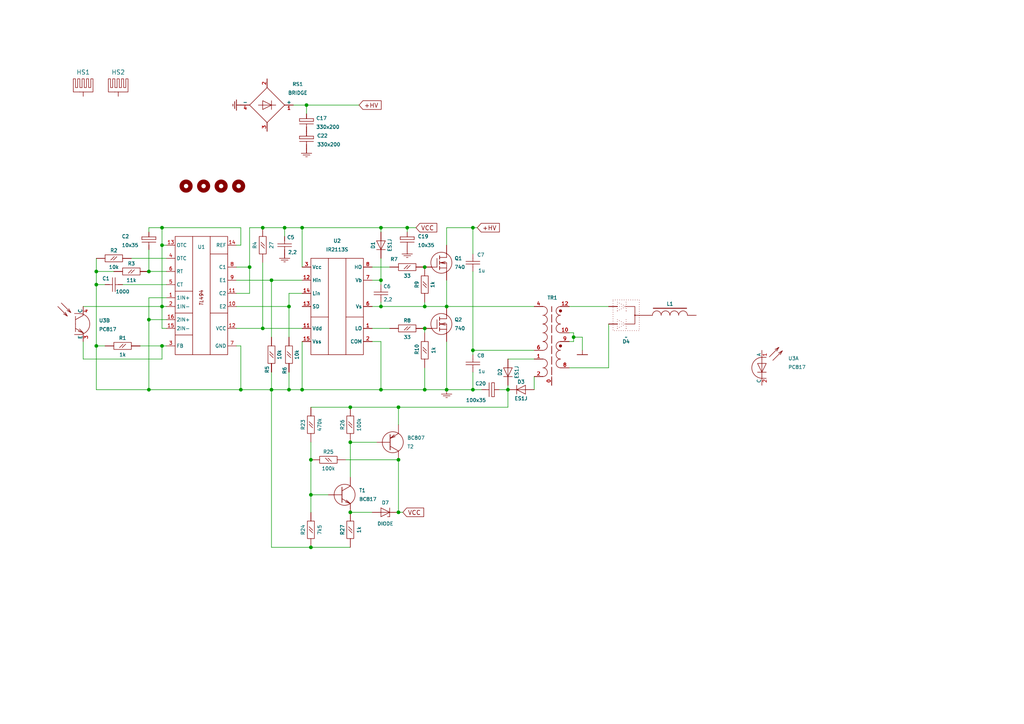
<source format=kicad_sch>
(kicad_sch (version 20250114) (generator "eeschema") (generator_version "9.0")
  (paper "A4")
  (lib_symbols
    (symbol "GND2_1" (power) (pin_numbers (hide yes)) (pin_names (offset 0) (hide yes))
      (property "Value" "GND2" (at 0 -1.27 0))
      (symbol "GND2_1_1_1"
        (polyline (pts (xy -1.524 0) (xy 1.524 0)) (stroke (width 0.1524)))
        (polyline (pts (xy -1.016 -0.508) (xy 1.016 -0.508)) (stroke (width 0.1524)))
        (polyline (pts (xy -0.254 -1.016) (xy 0.254 -1.016)) (stroke (width 0.1524)))
        (pin power_in line (at 0 1.27 270) (length 1.27) (name "GND2") (number "1"))
      )
    )
    (symbol "GND2_2" (power) (pin_numbers (hide yes)) (pin_names (offset 0) (hide yes))
      (property "Value" "GND2" (at 0 -1.27 0))
      (symbol "GND2_2_1_1"
        (polyline (pts (xy -1.524 0) (xy 1.524 0)) (stroke (width 0.1524)))
        (polyline (pts (xy -1.016 -0.508) (xy 1.016 -0.508)) (stroke (width 0.1524)))
        (polyline (pts (xy -0.254 -1.016) (xy 0.254 -1.016)) (stroke (width 0.1524)))
        (pin power_in line (at 0 1.27 270) (length 1.27) (name "GND2") (number "1"))
      )
    )
    (symbol "GND2_3" (power) (pin_numbers (hide yes)) (pin_names (offset 0) (hide yes))
      (property "Value" "GND2" (at 0 -1.27 0))
      (symbol "GND2_3_1_1"
        (polyline (pts (xy -1.524 0) (xy 1.524 0)) (stroke (width 0.1524)))
        (polyline (pts (xy -1.016 -0.508) (xy 1.016 -0.508)) (stroke (width 0.1524)))
        (polyline (pts (xy -0.254 -1.016) (xy 0.254 -1.016)) (stroke (width 0.1524)))
        (pin power_in line (at 0 1.27 270) (length 1.27) (name "GND2") (number "1"))
      )
    )
    (symbol "Heatsink_Pad_1" (pin_numbers (hide yes)) (pin_names (offset 0) (hide yes)) (exclude_from_sim yes)
      (property "Reference" "HS" (at 0 5.715 0))
      (property "Value" "Heatsink_Pad" (at 0 3.81 0))
      (symbol "Heatsink_Pad_1_1_1"
        (polyline (pts (xy -0.3302 0) (xy -0.9652 0) (xy -0.9652 2.54) (xy -1.6002 2.54) (xy -1.6002 0) (xy -2.2352 0) (xy -2.2352 2.54) (xy -2.8702 2.54) (xy -2.8702 -1.27) (xy -0.9652 -1.27)))
        (polyline (pts (xy -0.3302 0) (xy -0.3302 2.54) (xy 0.3048 2.54) (xy 0.3048 0) (xy 0.9398 0) (xy 0.9398 2.54) (xy 1.5748 2.54) (xy 1.5748 0) (xy 2.2098 0) (xy 2.2098 2.54) (xy 2.8448 2.54) (xy 2.8448 -1.27) (xy -0.9652 -1.27)))
        (pin passive line (at 0 -2.54 90) (length 1.27) (name "~") (number "1"))
      )
    )
    (symbol "Mechanical:MountingHole" (pin_names (offset 1.016)) (exclude_from_sim yes) (in_bom no)
      (property "Reference" "H" (at 0 5.08 0))
      (property "Value" "MountingHole" (at 0 3.175 0))
      (symbol "MountingHole_0_1"
        (circle (center 0 0) (radius 1.27) (stroke (width 1.27)))
      )
    )
    (symbol "MountingHole_1" (pin_numbers (hide yes)) (pin_names (offset 1.016) (hide yes)) (exclude_from_sim yes) (in_bom no)
      (property "Reference" "H" (at 0 5.08 0))
      (property "Value" "MountingHole" (at 0 3.175 0))
      (symbol "MountingHole_1_0_1"
        (circle (center 0 0) (radius 1.27) (stroke (width 1.27)))
      )
    )
    (symbol "_NMOSENH_1" (pin_numbers (hide yes)) (pin_names (offset 0) (hide yes))
      (property "Reference" "T" (at -8.89 6.35 0))
      (property "Value" "NMOSDEP" (at -8.89 3.81 0))
      (symbol "_NMOSENH_1_0_1"
        (polyline (pts (xy -1.524 -1.27) (xy -1.524 1.27)))
        (circle (center -0.254 0) (radius 3.048))
      )
      (symbol "_NMOSENH_1_1_1"
        (polyline (pts (xy -3.302 -1.27) (xy -1.524 -1.27)))
        (polyline (pts (xy -0.762 2.032) (xy -0.762 1.016)) (stroke (width 0.2032)))
        (polyline (pts (xy -0.762 1.524) (xy 1.27 1.524)))
        (polyline (pts (xy -0.762 0.508) (xy -0.762 -0.508)) (stroke (width 0.2032)))
        (polyline (pts (xy -0.762 -1.016) (xy -0.762 -2.032)) (stroke (width 0.2032)))
        (polyline (pts (xy -0.762 -1.524) (xy 1.27 -1.524)))
        (polyline (pts (xy -0.635 0) (xy 0.9144 -0.3302)))
        (polyline (pts (xy 0.9144 0.3302) (xy -0.635 0)))
        (polyline (pts (xy 1.27 2.54) (xy 1.27 1.524)))
        (polyline (pts (xy 1.27 0) (xy -0.635 0)))
        (polyline (pts (xy 1.27 0) (xy 1.27 -2.54)))
        (pin input line (at -5.08 -1.27 0) (length 1.905) (name "G") (number "1"))
        (pin input line (at 1.27 5.08 270) (length 2.54) (name "D") (number "2"))
        (pin input line (at 1.27 -5.08 90) (length 2.54) (name "S") (number "3"))
      )
    )
    (symbol "_aa40_capacitors:C_CAP" (pin_numbers (hide yes)) (pin_names (offset 0) (hide yes))
      (property "Reference" "C" (at 0 3.81 0))
      (property "Value" "C_CAP" (at 0 -3.81 0))
      (symbol "C_CAP_1_0"
        (polyline (pts (xy -1.27 0) (xy -0.381 0)))
        (polyline (pts (xy -0.381 -2.032) (xy -0.381 2.032)))
        (polyline (pts (xy 0.381 -2.032) (xy 0.381 2.032)))
        (polyline (pts (xy 1.27 0) (xy 0.381 0)))
      )
      (symbol "C_CAP_1_1"
        (pin passive line (at -2.54 0 0) (length 1.27) (name "~") (number "1"))
        (pin passive line (at 2.54 0 180) (length 1.27) (name "~") (number "2"))
      )
    )
    (symbol "_aa40_capacitors:C_CAP_PLUS1" (pin_numbers (hide yes)) (pin_names (offset 0) (hide yes))
      (property "Reference" "C" (at 0 3.81 0))
      (property "Value" "C_CAP_PLUS" (at 0 -3.81 0))
      (symbol "C_CAP_PLUS1_0_0"
        (polyline (pts (xy 1.143 2.032) (xy 0.381 2.032)))
        (polyline (pts (xy 1.143 -2.032) (xy 0.381 -2.032)))
      )
      (symbol "C_CAP_PLUS1_1_0"
        (polyline (pts (xy -1.27 0) (xy -0.381 0)))
        (polyline (pts (xy -0.381 -2.032) (xy -0.381 2.032)))
        (polyline (pts (xy 0.381 -2.032) (xy 0.381 2.032)))
        (polyline (pts (xy 1.143 -2.032) (xy 1.143 2.032)))
        (polyline (pts (xy 1.27 0) (xy 1.143 0)))
      )
      (symbol "C_CAP_PLUS1_1_1"
        (pin passive line (at -2.54 0 0) (length 1.27) (name "~") (number "2"))
        (pin passive line (at 2.54 0 180) (length 1.27) (name "~") (number "1"))
      )
    )
    (symbol "_aa40_chips:IR2113S" (pin_names (offset 0.381))
      (property "Reference" "U" (at 0 13.97 0))
      (property "Value" "IR2113S" (at 0 0 90))
      (symbol "IR2113S_0_1"
        (polyline (pts (xy -7.62 -4.318) (xy -2.54 -4.318)))
        (polyline (pts (xy -2.54 12.7) (xy -2.54 -15.24)))
        (polyline (pts (xy 2.54 12.7) (xy 2.54 -15.24)))
        (polyline (pts (xy 2.54 -4.318) (xy 7.62 -4.318)))
      )
      (symbol "IR2113S_1_1"
        (rectangle (start -7.62 12.7) (end 7.62 -15.24))
        (pin input line (at -10.16 10.16 0) (length 2.54) (name "Vcc") (number "3"))
        (pin input line (at -10.16 6.35 0) (length 2.54) (name "Hin") (number "12"))
        (pin input line (at -10.16 2.54 0) (length 2.54) (name "Lin") (number "14"))
        (pin input line (at -10.16 -1.27 0) (length 2.54) (name "SD") (number "13"))
        (pin input line (at -10.16 -7.62 0) (length 2.54) (name "Vdd") (number "11"))
        (pin input line (at -10.16 -11.43 0) (length 2.54) (name "Vss") (number "15"))
        (pin input line (at 10.16 10.16 180) (length 2.54) (name "HO") (number "8"))
        (pin input line (at 10.16 6.35 180) (length 2.54) (name "Vb") (number "7"))
        (pin input line (at 10.16 -1.27 180) (length 2.54) (name "Vs") (number "6"))
        (pin input line (at 10.16 -7.62 180) (length 2.54) (name "LO") (number "1"))
        (pin input line (at 10.16 -11.43 180) (length 2.54) (name "COM") (number "2"))
        (pin input line (at 20.32 3.175 0) (length 2.54) (hide yes) (name "NC") (number "4"))
        (pin input line (at 20.32 1.27 0) (length 2.54) (hide yes) (name "NC") (number "5"))
        (pin input line (at 20.32 -0.635 0) (length 2.54) (hide yes) (name "NC") (number "9"))
        (pin input line (at 20.32 -2.54 0) (length 2.54) (hide yes) (name "NC") (number "10"))
        (pin input line (at 20.32 -5.08 0) (length 2.54) (hide yes) (name "NC") (number "16"))
      )
    )
    (symbol "_aa40_chips:TL494IDR" (pin_names (offset 0.381))
      (property "Reference" "U" (at 0 19.05 0))
      (symbol "TL494IDR_0_1"
        (polyline (pts (xy -7.62 1.905) (xy -2.54 1.905)))
        (polyline (pts (xy -7.62 -4.445) (xy -2.54 -4.445)))
        (polyline (pts (xy -7.62 -10.795) (xy -2.54 -10.795)))
        (polyline (pts (xy -2.54 17.78) (xy -2.54 -16.51)))
        (polyline (pts (xy 2.54 17.78) (xy 2.54 -16.51)))
        (polyline (pts (xy 2.54 12.7) (xy 7.62 12.7)))
        (polyline (pts (xy 2.54 -4.445) (xy 7.62 -4.445)))
      )
      (symbol "TL494IDR_1_1"
        (rectangle (start -7.62 17.78) (end 7.62 -16.51))
        (text "TL494" (at 0 0 900) (effects (font (size 1.016 1.016) (italic yes))))
        (pin input line (at -10.16 15.24 0) (length 2.54) (name "OTC") (number "13"))
        (pin input line (at -10.16 11.43 0) (length 2.54) (name "DTC") (number "4"))
        (pin passive line (at -10.16 7.62 0) (length 2.54) (name "RT") (number "6"))
        (pin passive line (at -10.16 3.81 0) (length 2.54) (name "CT") (number "5"))
        (pin input line (at -10.16 0 0) (length 2.54) (name "1IN+") (number "1"))
        (pin input line (at -10.16 -2.54 0) (length 2.54) (name "1IN-") (number "2"))
        (pin input line (at -10.16 -6.35 0) (length 2.54) (name "2IN+") (number "16"))
        (pin input line (at -10.16 -8.89 0) (length 2.54) (name "2IN-") (number "15"))
        (pin output line (at -10.16 -13.97 0) (length 2.54) (name "FB") (number "3"))
        (pin power_out line (at 10.16 15.24 180) (length 2.54) (name "REF") (number "14"))
        (pin passive line (at 10.16 8.89 180) (length 2.54) (name "C1") (number "8"))
        (pin passive line (at 10.16 5.08 180) (length 2.54) (name "E1") (number "9"))
        (pin passive line (at 10.16 1.27 180) (length 2.54) (name "C2") (number "11"))
        (pin passive line (at 10.16 -2.54 180) (length 2.54) (name "E2") (number "10"))
        (pin power_in line (at 10.16 -8.89 180) (length 2.54) (name "VCC") (number "12"))
        (pin power_in line (at 10.16 -13.97 180) (length 2.54) (name "GND") (number "7"))
      )
    )
    (symbol "_aa40_diodes:BRIDGE" (pin_names (offset 0))
      (property "Reference" "D" (at 6.35 6.35 0))
      (property "Value" "BRIDGE" (at 6.35 3.81 0))
      (symbol "BRIDGE_0_1"
        (polyline (pts (xy -5.08 0) (xy 0 5.08)))
        (polyline (pts (xy -5.08 0) (xy 0 -5.08)))
        (polyline (pts (xy -1.27 0) (xy -2.54 0)))
        (polyline (pts (xy 0 5.08) (xy 5.08 0)))
        (polyline (pts (xy 0 -5.08) (xy 5.08 0)))
        (polyline (pts (xy 2.54 0) (xy 1.27 0)))
      )
      (symbol "BRIDGE_1_1"
        (polyline (pts (xy -1.27 1.27) (xy -1.27 -1.27)))
        (polyline (pts (xy -1.27 1.27) (xy 1.27 0)))
        (polyline (pts (xy -1.27 0) (xy 1.27 0)))
        (polyline (pts (xy -1.27 -1.27) (xy 1.27 0)))
        (polyline (pts (xy 1.27 1.27) (xy 1.27 -1.27)))
        (pin passive line (at -7.62 0 0) (length 2.54) (name "-") (number "4"))
        (pin passive line (at 0 7.62 270) (length 2.54) (name "~") (number "2"))
        (pin passive line (at 0 -7.62 90) (length 2.54) (name "~") (number "3"))
        (pin passive line (at 7.62 0 180) (length 2.54) (name "+") (number "1"))
      )
    )
    (symbol "_aa40_diodes:DIODE" (pin_numbers (hide yes)) (pin_names (offset 0) (hide yes))
      (property "Reference" "D" (at 0 2.54 0))
      (property "Value" "DIODE" (at 0 -2.54 0))
      (symbol "DIODE_1_1"
        (polyline (pts (xy -1.27 1.27) (xy -1.27 -1.27)))
        (polyline (pts (xy -1.27 1.27) (xy 1.27 0)))
        (polyline (pts (xy -1.27 0) (xy 1.27 0)))
        (polyline (pts (xy -1.27 -1.27) (xy 1.27 0)))
        (polyline (pts (xy 1.27 1.27) (xy 1.27 -1.27)))
        (pin passive line (at -3.81 0 0) (length 2.54) (name "A") (number "2"))
        (pin passive line (at 3.81 0 180) (length 2.54) (name "C") (number "1"))
      )
    )
    (symbol "_aa40_diodes:MBR20100CT" (pin_numbers (hide yes)) (pin_names (offset 1.016) (hide yes))
      (property "Reference" "D" (at 0 6.096 0))
      (property "Value" "~" (at 0 -5.715 0))
      (symbol "MBR20100CT_0_1"
        (polyline (pts (xy 0 2.54) (xy 2.54 2.54) (xy 2.54 -2.54) (xy 0 -2.54)))
        (circle (center 2.54 0) (radius 0.1295))
      )
      (symbol "MBR20100CT_1_1"
        (rectangle (start -3.81 4.445) (end 3.81 -4.445) (stroke (width 0) (type dot)))
        (polyline (pts (xy -2.54 3.81) (xy -2.54 1.27)))
        (polyline (pts (xy -2.54 3.81) (xy 0 2.54)))
        (polyline (pts (xy -2.54 2.54) (xy 0 2.54)))
        (polyline (pts (xy -2.54 1.27) (xy 0 2.54)))
        (polyline (pts (xy -2.54 -1.27) (xy -2.54 -3.81)))
        (polyline (pts (xy -2.54 -1.27) (xy 0 -2.54)))
        (polyline (pts (xy -2.54 -2.54) (xy 0 -2.54)))
        (polyline (pts (xy -2.54 -3.81) (xy 0 -2.54)))
        (polyline (pts (xy 0 3.81) (xy 0 1.27)))
        (polyline (pts (xy 0 3.81) (xy 0.508 3.81)))
        (polyline (pts (xy 0 1.27) (xy -0.635 1.27)))
        (polyline (pts (xy 0 -1.27) (xy 0 -3.81)))
        (polyline (pts (xy 0 -1.27) (xy 0.508 -1.27)))
        (polyline (pts (xy 0 -3.81) (xy -0.635 -3.81)))
        (pin passive line (at -5.08 2.54 0) (length 2.54) (name "A1") (number "1"))
        (pin passive line (at -5.08 -2.54 0) (length 2.54) (name "A2") (number "3"))
        (pin passive line (at 5.08 0 180) (length 2.54) (name "K") (number "2"))
      )
    )
    (symbol "_aa40_diodes:PC817" (pin_names (offset 0))
      (property "Reference" "U" (at 2.54 1.27 0))
      (property "Value" "PC817" (at 2.54 -1.27 0))
      (symbol "PC817_1_1"
        (polyline (pts (xy -1.27 -1.27) (xy 1.27 -1.27)))
        (polyline (pts (xy 0 3.048) (xy 1.27 3.048)))
        (polyline (pts (xy 0 2.54) (xy 0 -2.54)))
        (polyline (pts (xy 0 -1.27) (xy 1.27 1.27) (xy -1.27 1.27) (xy 0 -1.27)))
        (arc (start 0 -3.048) (mid -2.9236 0) (end 0 3.048))
        (polyline (pts (xy 1.27 -3.048) (xy 0 -3.048)))
        (polyline (pts (xy 4.699 5.715) (xy 2.159 3.175)))
        (polyline (pts (xy 4.953 5.969) (xy 4.318 4.826) (xy 4.953 5.969) (xy 3.81 5.334) (xy 4.953 5.969)))
        (polyline (pts (xy 5.715 4.699) (xy 3.175 2.159)))
        (polyline (pts (xy 5.969 4.953) (xy 5.334 3.81) (xy 5.969 4.953) (xy 4.826 4.318) (xy 5.969 4.953)))
        (pin passive line (at 0 5.08 270) (length 2.54) (name "A") (number "1"))
        (pin passive line (at 0 -5.08 90) (length 2.54) (name "C") (number "2"))
      )
      (symbol "PC817_2_1"
        (polyline (pts (xy -4.826 2.54) (xy -7.366 5.08)))
        (polyline (pts (xy -4.572 2.286) (xy -5.715 2.921) (xy -4.572 2.286) (xy -5.207 3.429) (xy -4.572 2.286)))
        (polyline (pts (xy -3.81 3.556) (xy -6.35 6.096)))
        (polyline (pts (xy -3.556 3.302) (xy -4.699 3.937) (xy -3.556 3.302) (xy -4.191 4.445) (xy -3.556 3.302)))
        (polyline (pts (xy -2.54 3.048) (xy -1.143 3.048)))
        (polyline (pts (xy -2.2352 0) (xy -2.2352 2.2352)))
        (polyline (pts (xy -2.2352 0) (xy -2.2352 -2.2352)))
        (arc (start -1.143 3.048) (mid 1.8918 0) (end -1.143 -3.048))
        (polyline (pts (xy -1.143 -3.048) (xy -2.54 -3.048)))
        (polyline (pts (xy -1.0668 -1.4224) (xy 0 -2.54) (xy -1.4732 -2.0828)))
        (polyline (pts (xy 0 2.5146) (xy -2.2352 1.27)))
        (polyline (pts (xy 0 -2.54) (xy -2.2352 -1.27)))
        (pin passive line (at 0 5.08 270) (length 2.54) (name "C") (number "4"))
        (pin passive line (at 0 -5.08 90) (length 2.54) (name "E") (number "3"))
      )
    )
    (symbol "_aa40_diodes:ZENER" (pin_numbers (hide yes)) (pin_names (offset 0) (hide yes))
      (property "Reference" "D" (at 0 2.54 0))
      (property "Value" "DIODE" (at 0 -2.54 0))
      (symbol "ZENER_1_1"
        (polyline (pts (xy -1.27 1.27) (xy -1.27 -1.27)))
        (polyline (pts (xy -1.27 1.27) (xy 1.27 0)))
        (polyline (pts (xy -1.27 0) (xy 1.27 0)))
        (polyline (pts (xy -1.27 -1.27) (xy 1.27 0)))
        (polyline (pts (xy 1.27 1.27) (xy 1.27 -1.27)))
        (polyline (pts (xy 1.27 -1.27) (xy 0.635 -1.27)))
        (pin passive line (at -3.81 0 0) (length 2.54) (name "A") (number "2"))
        (pin passive line (at 3.81 0 180) (length 2.54) (name "C") (number "1"))
      )
    )
    (symbol "_aa40_inductors:LFERR" (pin_numbers (hide yes)) (pin_names (offset 0) (hide yes))
      (property "Reference" "L" (at 0 3.81 0))
      (property "Value" "LFERR" (at 0 -1.27 0))
      (symbol "LFERR_1_1"
        (arc (start -5.08 0) (mid -3.81 1.2645) (end -2.54 0))
        (arc (start -2.54 0) (mid -1.27 1.2645) (end 0 0))
        (arc (start 0 0) (mid 1.27 1.2645) (end 2.54 0))
        (arc (start 2.54 0) (mid 3.81 1.2645) (end 5.08 0))
        (polyline (pts (xy 4.826 2.032) (xy -4.826 2.032)) (stroke (width 0.254)))
        (pin passive line (at -7.62 0 0) (length 2.54) (name "~") (number "1"))
        (pin passive line (at 7.62 0 180) (length 2.54) (name "~") (number "2"))
      )
    )
    (symbol "_aa40_misc:GND" (power) (pin_numbers (hide yes)) (pin_names (offset 0) (hide yes))
      (symbol "GND_1_1"
        (polyline (pts (xy -1.524 0) (xy 1.524 0)) (stroke (width 0.2032)))
        (pin power_in line (at 0 1.27 270) (length 1.27) (name "GND") (number "1"))
      )
    )
    (symbol "_aa40_misc:GND2" (power) (pin_numbers (hide yes)) (pin_names (offset 0) (hide yes))
      (property "Value" "GND2" (at 0 -1.27 0))
      (symbol "GND2_1_1"
        (polyline (pts (xy -1.524 0) (xy 1.524 0)) (stroke (width 0.2032)))
        (polyline (pts (xy -1.016 -0.508) (xy 1.016 -0.508)) (stroke (width 0.2032)))
        (polyline (pts (xy -0.254 -1.016) (xy 0.254 -1.016)) (stroke (width 0.2032)))
        (pin power_in line (at 0 1.27 270) (length 1.27) (name "GND2") (number "1"))
      )
    )
    (symbol "_aa40_misc:Heatsink_Pad" (pin_numbers (hide yes)) (pin_names (offset 0) (hide yes)) (exclude_from_sim yes)
      (property "Reference" "HS" (at 0 5.715 0))
      (property "Value" "Heatsink_Pad" (at 0 3.81 0))
      (symbol "Heatsink_Pad_1_1"
        (polyline (pts (xy -0.3302 0) (xy -0.9652 0) (xy -0.9652 2.54) (xy -1.6002 2.54) (xy -1.6002 0) (xy -2.2352 0) (xy -2.2352 2.54) (xy -2.8702 2.54) (xy -2.8702 -1.27) (xy -0.9652 -1.27)))
        (polyline (pts (xy -0.3302 0) (xy -0.3302 2.54) (xy 0.3048 2.54) (xy 0.3048 0) (xy 0.9398 0) (xy 0.9398 2.54) (xy 1.5748 2.54) (xy 1.5748 0) (xy 2.2098 0) (xy 2.2098 2.54) (xy 2.8448 2.54) (xy 2.8448 -1.27) (xy -0.9652 -1.27)))
        (pin passive line (at 0 -2.54 90) (length 1.27) (name "~") (number "1"))
      )
    )
    (symbol "_aa40_resistors:R_RES_0.125W" (pin_numbers (hide yes)) (pin_names (offset 0) (hide yes))
      (property "Reference" "R" (at 0 2.54 0))
      (property "Value" "R_RES_0.125W" (at 0 -2.54 0))
      (symbol "R_RES_0.125W_1_0"
        (rectangle (start -2.54 1.016) (end 2.54 -1.016))
        (polyline (pts (xy 2.54 0) (xy 5.08 0)))
      )
      (symbol "R_RES_0.125W_1_1"
        (polyline (pts (xy 0.127 0.508) (xy -0.889 -0.508)))
        (polyline (pts (xy 0.889 0.508) (xy -0.127 -0.508)))
        (pin passive line (at -5.08 0 0) (length 2.54) (name "~") (number "1"))
        (pin passive line (at 5.08 0 180) (length 2.54) (name "~") (number "2"))
      )
    )
    (symbol "_aa40_transformers:HB-FLEX-200A-1" (pin_names (offset 0))
      (property "Reference" "T" (at 0 10.922 0))
      (symbol "HB-FLEX-200A-1_1_1"
        (arc (start -2.54 8.89) (mid -1.2755 7.62) (end -2.54 6.35))
        (arc (start -2.54 6.35) (mid -1.2755 5.08) (end -2.54 3.81))
        (arc (start -2.54 3.81) (mid -1.2755 2.54) (end -2.54 1.27))
        (arc (start -2.5345 1.27) (mid -1.27 0) (end -2.5345 -1.27))
        (arc (start -2.5345 -1.27) (mid -1.27 -2.54) (end -2.5345 -3.81))
        (arc (start -2.5345 -6.35) (mid -1.27 -7.62) (end -2.5345 -8.89))
        (arc (start -2.5345 -8.89) (mid -1.27 -10.16) (end -2.5345 -11.43))
        (polyline (pts (xy 0 -13.97) (xy 0 8.89)) (stroke (width 0.2032) (type dash)))
        (circle (center 2.54 7.62) (radius 0.3592) (fill (type outline)))
        (arc (start 2.5345 -3.81) (mid 1.27 -2.54) (end 2.5345 -1.27))
        (circle (center 2.54 -2.54) (radius 0.3592) (fill (type outline)))
        (arc (start 2.5345 -6.35) (mid 1.27 -5.08) (end 2.5345 -3.81))
        (arc (start 2.5345 -8.89) (mid 1.27 -7.62) (end 2.5345 -6.35))
        (arc (start 2.54 6.35) (mid 1.2755 7.62) (end 2.54 8.89))
        (arc (start 2.54 3.81) (mid 1.2755 5.08) (end 2.54 6.35))
        (arc (start 2.54 1.27) (mid 1.2755 2.54) (end 2.54 3.81))
        (pin passive line (at -15.24 6.35 0) (length 2.54) (hide yes) (name "~") (number "3"))
        (pin passive line (at -15.24 1.27 0) (length 2.54) (hide yes) (name "~") (number "5"))
        (pin passive line (at -5.08 8.89 0) (length 2.54) (name "~") (number "4"))
        (pin passive line (at -5.08 -3.81 0) (length 2.54) (name "~") (number "6"))
        (pin passive line (at -5.08 -6.35 0) (length 2.54) (name "~") (number "1"))
        (pin passive line (at -5.08 -11.43 0) (length 2.54) (name "~") (number "2"))
        (pin passive line (at 0 -13.97 90) (length 2.54) (name "~") (number "0"))
        (pin passive line (at 5.08 8.89 180) (length 2.54) (hide yes) (name "~") (number "11"))
        (pin passive line (at 5.08 8.89 180) (length 2.54) (name "~") (number "12"))
        (pin passive line (at 5.08 1.27 180) (length 2.54) (name "~") (number "10"))
        (pin passive line (at 5.08 -1.27 180) (length 2.54) (name "~") (number "9"))
        (pin passive line (at 5.08 -8.89 180) (length 2.54) (hide yes) (name "~") (number "7"))
        (pin passive line (at 5.08 -8.89 180) (length 2.54) (name "~") (number "8"))
      )
    )
    (symbol "_aa40_transistors:BC807-40" (pin_numbers (hide yes)) (pin_names (offset 0) (hide yes))
      (property "Reference" "T" (at -8.89 6.35 0))
      (property "Value" "BC807-40" (at -8.89 3.81 0))
      (symbol "BC807-40_0_1"
        (polyline (pts (xy -3.429 0) (xy -1.143 0)))
        (polyline (pts (xy -1.143 1.143) (xy 1.27 2.54)))
        (polyline (pts (xy -1.143 -1.143) (xy 1.27 -2.54)))
        (circle (center -0.381 0) (radius 3.048))
        (polyline (pts (xy 0.0254 -2.1844) (xy -1.1176 -1.1684)))
        (polyline (pts (xy 0.3302 -1.6256) (xy -1.1176 -1.159)))
      )
      (symbol "BC807-40_1_1"
        (polyline (pts (xy -1.143 2.2225) (xy -1.143 -2.2225)) (stroke (width 0.2032)))
        (pin input line (at -5.08 0 0) (length 1.651) (name "B") (number "1"))
        (pin input line (at 1.27 5.08 270) (length 2.54) (name "C") (number "3"))
        (pin input line (at 1.27 -5.08 90) (length 2.54) (name "E") (number "2"))
      )
    )
    (symbol "_aa40_transistors:BC817-40" (pin_numbers (hide yes)) (pin_names (offset 0) (hide yes))
      (property "Reference" "T" (at -8.89 6.35 0))
      (property "Value" "BC817-40" (at -8.89 3.81 0))
      (symbol "BC817-40_0_1"
        (polyline (pts (xy -3.429 0) (xy -1.143 0)))
        (polyline (pts (xy -1.143 1.143) (xy 1.27 2.54)))
        (polyline (pts (xy -1.143 -1.143) (xy 1.27 -2.54)))
        (circle (center -0.381 0) (radius 3.048))
        (polyline (pts (xy -0.1778 -2.0574) (xy 1.27 -2.524)))
        (polyline (pts (xy 0.127 -1.524) (xy 1.27 -2.54)))
      )
      (symbol "BC817-40_1_1"
        (polyline (pts (xy -1.143 2.2225) (xy -1.143 -2.2225)) (stroke (width 0.2032)))
        (pin input line (at -5.08 0 0) (length 1.651) (name "B") (number "1"))
        (pin input line (at 1.27 5.08 270) (length 2.54) (name "C") (number "3"))
        (pin input line (at 1.27 -5.08 90) (length 2.54) (name "E") (number "2"))
      )
    )
    (symbol "_aa40_transistors:_NMOSENH" (pin_numbers (hide yes)) (pin_names (offset 0) (hide yes))
      (property "Reference" "T" (at -8.89 6.35 0))
      (property "Value" "NMOSDEP" (at -8.89 3.81 0))
      (symbol "_NMOSENH_0_1"
        (polyline (pts (xy -1.524 -1.27) (xy -1.524 1.27)))
        (circle (center -0.254 0) (radius 3.048))
      )
      (symbol "_NMOSENH_1_1"
        (polyline (pts (xy -3.302 -1.27) (xy -1.524 -1.27)))
        (polyline (pts (xy -0.762 2.032) (xy -0.762 1.016)) (stroke (width 0.2032)))
        (polyline (pts (xy -0.762 1.524) (xy 1.27 1.524)))
        (polyline (pts (xy -0.762 0.508) (xy -0.762 -0.508)) (stroke (width 0.2032)))
        (polyline (pts (xy -0.762 -1.016) (xy -0.762 -2.032)) (stroke (width 0.2032)))
        (polyline (pts (xy -0.762 -1.524) (xy 1.27 -1.524)))
        (polyline (pts (xy -0.635 0) (xy 0.9144 -0.3302)))
        (polyline (pts (xy 0.9144 0.3302) (xy -0.635 0)))
        (polyline (pts (xy 1.27 2.54) (xy 1.27 1.524)))
        (polyline (pts (xy 1.27 0) (xy -0.635 0)))
        (polyline (pts (xy 1.27 0) (xy 1.27 -2.54)))
        (pin input line (at -5.08 -1.27 0) (length 1.905) (name "G") (number "1"))
        (pin input line (at 1.27 5.08 270) (length 2.54) (name "D") (number "2"))
        (pin input line (at 1.27 -5.08 90) (length 2.54) (name "S") (number "3"))
      )
    )
  )
  (junction (at 147.32 113.03))
  (junction (at 69.85 113.03))
  (junction (at 46.99 100.33))
  (junction (at 115.57 148.59))
  (junction (at 90.17 143.51))
  (junction (at 43.18 78.74))
  (junction (at 78.74 81.28))
  (junction (at 46.99 88.9))
  (junction (at 88.9 30.48))
  (junction (at 87.63 66.04))
  (junction (at 72.39 77.47))
  (junction (at 110.49 66.04))
  (junction (at 110.49 81.28))
  (junction (at 46.99 71.12))
  (junction (at 83.82 113.03))
  (junction (at 123.19 113.03))
  (junction (at 137.16 101.6))
  (junction (at 76.2 66.04))
  (junction (at 76.2 95.25))
  (junction (at 129.54 113.03))
  (junction (at 118.11 66.04))
  (junction (at 27.94 100.33))
  (junction (at 166.37 97.79))
  (junction (at 78.74 113.03))
  (junction (at 27.94 78.74))
  (junction (at 101.6 128.27))
  (junction (at 115.57 118.11))
  (junction (at 123.19 88.9))
  (junction (at 87.63 113.03))
  (junction (at 123.19 77.47))
  (junction (at 90.17 133.35))
  (junction (at 46.99 66.04))
  (junction (at 115.57 133.35))
  (junction (at 27.94 82.55))
  (junction (at 43.18 113.03))
  (junction (at 101.6 148.59))
  (junction (at 137.16 113.03))
  (junction (at 110.49 88.9))
  (junction (at 129.54 88.9))
  (junction (at 137.16 66.04))
  (junction (at 110.49 113.03))
  (junction (at 90.17 158.75))
  (junction (at 82.55 66.04))
  (junction (at 43.18 92.71))
  (junction (at 123.19 95.25))
  (junction (at 83.82 88.9))
  (junction (at 101.6 118.11))
  (wire (pts (xy 69.85 66.04) (xy 69.85 71.12)))
  (wire (pts (xy 123.19 87.63) (xy 123.19 88.9)))
  (wire (pts (xy 137.16 66.04) (xy 137.16 73.66)))
  (wire (pts (xy 43.18 72.39) (xy 43.18 78.74)))
  (wire (pts (xy 123.19 88.9) (xy 129.54 88.9)))
  (wire (pts (xy 147.32 118.11) (xy 115.57 118.11)))
  (wire (pts (xy 46.99 71.12) (xy 48.26 71.12)))
  (wire (pts (xy 72.39 66.04) (xy 76.2 66.04)))
  (wire (pts (xy 176.53 93.98) (xy 176.53 106.68)))
  (wire (pts (xy 87.63 66.04) (xy 87.63 77.47)))
  (wire (pts (xy 137.16 107.95) (xy 137.16 113.03)))
  (wire (pts (xy 147.32 111.76) (xy 147.32 113.03)))
  (wire (pts (xy 78.74 107.95) (xy 78.74 113.03)))
  (wire (pts (xy 24.13 99.06) (xy 24.13 104.14)))
  (wire (pts (xy 87.63 113.03) (xy 110.49 113.03)))
  (wire (pts (xy 90.17 128.27) (xy 90.17 133.35)))
  (wire (pts (xy 68.58 95.25) (xy 76.2 95.25)))
  (wire (pts (xy 107.95 77.47) (xy 113.03 77.47)))
  (wire (pts (xy 90.17 143.51) (xy 90.17 148.59)))
  (wire (pts (xy 110.49 74.93) (xy 110.49 81.28)))
  (wire (pts (xy 110.49 81.28) (xy 107.95 81.28)))
  (wire (pts (xy 166.37 97.79) (xy 166.37 99.06)))
  (wire (pts (xy 87.63 85.09) (xy 83.82 85.09)))
  (wire (pts (xy 110.49 113.03) (xy 123.19 113.03)))
  (wire (pts (xy 129.54 66.04) (xy 137.16 66.04)))
  (wire (pts (xy 48.26 100.33) (xy 46.99 100.33)))
  (wire (pts (xy 137.16 113.03) (xy 139.7 113.03)))
  (wire (pts (xy 85.09 30.48) (xy 88.9 30.48)))
  (wire (pts (xy 43.18 92.71) (xy 48.26 92.71)))
  (wire (pts (xy 48.26 86.36) (xy 43.18 86.36)))
  (wire (pts (xy 115.57 123.19) (xy 115.57 118.11)))
  (wire (pts (xy 78.74 158.75) (xy 78.74 113.03)))
  (wire (pts (xy 166.37 96.52) (xy 166.37 97.79)))
  (wire (pts (xy 69.85 113.03) (xy 78.74 113.03)))
  (wire (pts (xy 88.9 30.48) (xy 88.9 33.02)))
  (wire (pts (xy 137.16 101.6) (xy 137.16 102.87)))
  (wire (pts (xy 76.2 76.2) (xy 76.2 95.25)))
  (wire (pts (xy 129.54 66.04) (xy 129.54 71.12)))
  (wire (pts (xy 69.85 100.33) (xy 69.85 113.03)))
  (wire (pts (xy 165.1 96.52) (xy 166.37 96.52)))
  (wire (pts (xy 129.54 88.9) (xy 154.94 88.9)))
  (wire (pts (xy 48.26 95.25) (xy 46.99 95.25)))
  (wire (pts (xy 90.17 143.51) (xy 95.25 143.51)))
  (wire (pts (xy 88.9 30.48) (xy 104.14 30.48)))
  (wire (pts (xy 110.49 87.63) (xy 110.49 88.9)))
  (wire (pts (xy 90.17 158.75) (xy 101.6 158.75)))
  (wire (pts (xy 78.74 113.03) (xy 83.82 113.03)))
  (wire (pts (xy 76.2 95.25) (xy 87.63 95.25)))
  (wire (pts (xy 110.49 88.9) (xy 123.19 88.9)))
  (wire (pts (xy 137.16 113.03) (xy 129.54 113.03)))
  (wire (pts (xy 40.64 100.33) (xy 46.99 100.33)))
  (wire (pts (xy 110.49 99.06) (xy 107.95 99.06)))
  (wire (pts (xy 78.74 81.28) (xy 78.74 97.79)))
  (wire (pts (xy 83.82 88.9) (xy 83.82 97.79)))
  (wire (pts (xy 27.94 113.03) (xy 43.18 113.03)))
  (wire (pts (xy 69.85 71.12) (xy 68.58 71.12)))
  (wire (pts (xy 101.6 128.27) (xy 109.22 128.27)))
  (wire (pts (xy 110.49 66.04) (xy 110.49 67.31)))
  (wire (pts (xy 147.32 104.14) (xy 154.94 104.14)))
  (wire (pts (xy 137.16 101.6) (xy 154.94 101.6)))
  (wire (pts (xy 118.11 66.04) (xy 120.65 66.04)))
  (wire (pts (xy 100.33 133.35) (xy 115.57 133.35)))
  (wire (pts (xy 46.99 71.12) (xy 46.99 66.04)))
  (wire (pts (xy 82.55 66.04) (xy 87.63 66.04)))
  (wire (pts (xy 168.91 97.79) (xy 166.37 97.79)))
  (wire (pts (xy 78.74 81.28) (xy 87.63 81.28)))
  (wire (pts (xy 137.16 78.74) (xy 137.16 101.6)))
  (wire (pts (xy 129.54 81.28) (xy 129.54 88.9)))
  (wire (pts (xy 110.49 82.55) (xy 110.49 81.28)))
  (wire (pts (xy 68.58 81.28) (xy 78.74 81.28)))
  (wire (pts (xy 123.19 95.25) (xy 123.19 96.52)))
  (wire (pts (xy 46.99 95.25) (xy 46.99 88.9)))
  (wire (pts (xy 137.16 66.04) (xy 138.43 66.04)))
  (wire (pts (xy 118.11 67.31) (xy 118.11 66.04)))
  (wire (pts (xy 165.1 88.9) (xy 176.53 88.9)))
  (wire (pts (xy 144.78 113.03) (xy 147.32 113.03)))
  (wire (pts (xy 24.13 104.14) (xy 46.99 104.14)))
  (wire (pts (xy 43.18 78.74) (xy 48.26 78.74)))
  (wire (pts (xy 27.94 78.74) (xy 27.94 82.55)))
  (wire (pts (xy 115.57 118.11) (xy 101.6 118.11)))
  (wire (pts (xy 101.6 138.43) (xy 101.6 128.27)))
  (wire (pts (xy 38.1 74.93) (xy 48.26 74.93)))
  (wire (pts (xy 46.99 88.9) (xy 46.99 71.12)))
  (wire (pts (xy 83.82 88.9) (xy 68.58 88.9)))
  (wire (pts (xy 110.49 88.9) (xy 107.95 88.9)))
  (wire (pts (xy 27.94 74.93) (xy 27.94 78.74)))
  (wire (pts (xy 118.11 66.04) (xy 110.49 66.04)))
  (wire (pts (xy 83.82 107.95) (xy 83.82 113.03)))
  (wire (pts (xy 83.82 113.03) (xy 87.63 113.03)))
  (wire (pts (xy 46.99 88.9) (xy 48.26 88.9)))
  (wire (pts (xy 154.94 109.22) (xy 154.94 113.03)))
  (wire (pts (xy 33.02 78.74) (xy 27.94 78.74)))
  (wire (pts (xy 147.32 113.03) (xy 147.32 118.11)))
  (wire (pts (xy 82.55 66.04) (xy 82.55 68.58)))
  (wire (pts (xy 72.39 85.09) (xy 72.39 77.47)))
  (wire (pts (xy 43.18 67.31) (xy 43.18 66.04)))
  (wire (pts (xy 27.94 100.33) (xy 27.94 113.03)))
  (wire (pts (xy 90.17 133.35) (xy 90.17 143.51)))
  (wire (pts (xy 46.99 100.33) (xy 46.99 104.14)))
  (wire (pts (xy 24.13 88.9) (xy 46.99 88.9)))
  (wire (pts (xy 168.91 101.6) (xy 168.91 97.79)))
  (wire (pts (xy 87.63 66.04) (xy 110.49 66.04)))
  (wire (pts (xy 72.39 77.47) (xy 72.39 66.04)))
  (wire (pts (xy 68.58 77.47) (xy 72.39 77.47)))
  (wire (pts (xy 176.53 106.68) (xy 165.1 106.68)))
  (wire (pts (xy 27.94 100.33) (xy 30.48 100.33)))
  (wire (pts (xy 115.57 148.59) (xy 116.84 148.59)))
  (wire (pts (xy 115.57 133.35) (xy 115.57 148.59)))
  (wire (pts (xy 101.6 148.59) (xy 107.95 148.59)))
  (wire (pts (xy 90.17 158.75) (xy 78.74 158.75)))
  (wire (pts (xy 43.18 113.03) (xy 69.85 113.03)))
  (wire (pts (xy 46.99 66.04) (xy 69.85 66.04)))
  (wire (pts (xy 110.49 113.03) (xy 110.49 99.06)))
  (wire (pts (xy 83.82 85.09) (xy 83.82 88.9)))
  (wire (pts (xy 35.56 82.55) (xy 48.26 82.55)))
  (wire (pts (xy 90.17 118.11) (xy 101.6 118.11)))
  (wire (pts (xy 129.54 99.06) (xy 129.54 113.03)))
  (wire (pts (xy 165.1 99.06) (xy 166.37 99.06)))
  (wire (pts (xy 123.19 106.68) (xy 123.19 113.03)))
  (wire (pts (xy 43.18 86.36) (xy 43.18 92.71)))
  (wire (pts (xy 27.94 82.55) (xy 30.48 82.55)))
  (wire (pts (xy 43.18 66.04) (xy 46.99 66.04)))
  (wire (pts (xy 87.63 99.06) (xy 87.63 113.03)))
  (wire (pts (xy 107.95 95.25) (xy 113.03 95.25)))
  (wire (pts (xy 69.85 100.33) (xy 68.58 100.33)))
  (wire (pts (xy 68.58 85.09) (xy 72.39 85.09)))
  (wire (pts (xy 27.94 82.55) (xy 27.94 100.33)))
  (wire (pts (xy 123.19 113.03) (xy 129.54 113.03)))
  (wire (pts (xy 76.2 66.04) (xy 82.55 66.04)))
  (wire (pts (xy 43.18 92.71) (xy 43.18 113.03)))
  (global_label "+HV" (shape input) (at 104.14 30.48 0) (property "Intersheetrefs" "${INTERSHEET_REFS}" (effects (hide yes))))
  (global_label "VCC" (shape input) (at 120.65 66.04 0) (property "Intersheetrefs" "${INTERSHEET_REFS}" (effects (hide yes))))
  (global_label "+HV" (shape input) (at 138.43 66.04 0) (property "Intersheetrefs" "${INTERSHEET_REFS}" (effects (hide yes))))
  (global_label "VCC" (shape input) (at 116.84 148.59 0) (property "Intersheetrefs" "${INTERSHEET_REFS}" (effects (hide yes))))
  (symbol (lib_id "_aa40_resistors:R_RES_0.125W") (at 118.11 95.25 0) (unit 1)
    (property "Reference" "R8" (at 118.11 92.964 0) (effects (font (size 1.016 1.016))))
    (property "Value" "33" (at 118.11 97.79 0) (effects (font (size 1.016 1.016))))
    (property "Footprint" "Resistor_SMD:R_1206_3216Metric" (effects (hide yes)))
    (property "Description" "Резистор 0.125 Ватт" (effects (hide yes)))
  )
  (symbol (lib_id "_aa40_transistors:BC817-40") (at 100.33 143.51 0) (unit 1)
    (property "Reference" "T1" (at 104.14 142.2399 0) (effects (font (size 1.016 1.016)) (justify left)))
    (property "Value" "BC817" (at 104.14 144.7799 0) (effects (font (size 1.016 1.016)) (justify left)))
    (property "Footprint" "Package_TO_SOT_SMD:SOT-23" (effects (hide yes)))
    (property "Datasheet" "https://static.chipdip.ru/lib/156/DOC000156781.pdf" (effects (hide yes)))
    (property "Description" "Биполярный NPN транзистор" (effects (hide yes)))
  )
  (symbol (lib_id "_aa40_capacitors:C_CAP") (at 137.16 76.2 90) (unit 1)
    (property "Reference" "C7" (at 139.446 73.914 90) (effects (font (size 1.016 1.016))))
    (property "Value" "1u" (at 139.7 78.486 90) (effects (font (size 1.016 1.016))))
    (property "Footprint" "Capacitor_THT:C_Rect_L18.0mm_W9.0mm_P15.00mm_FKS3_FKP3" (effects (hide yes)))
    (property "Description" "Конденсатор постоянной емкости" (effects (hide yes)))
  )
  (symbol (lib_id "_aa40_transistors:BC807-40") (at 114.3 128.27 0) (mirror x) (unit 1)
    (property "Reference" "T2" (at 118.11 129.5401 0) (effects (font (size 1.016 1.016)) (justify left)))
    (property "Value" "BC807" (at 118.11 127.0001 0) (effects (font (size 1.016 1.016)) (justify left)))
    (property "Footprint" "Package_TO_SOT_SMD:SOT-23" (effects (hide yes)))
    (property "Description" "BC807-40,215, Транзистор PNP 45В 0.5А 0.31Вт [SOT-23]" (effects (hide yes)))
  )
  (symbol (lib_name "Heatsink_Pad_1") (lib_id "_aa40_misc:Heatsink_Pad") (at 34.29 25.4 0) (unit 1)
    (property "Reference" "HS2" (at 34.29 20.955 0))
    (property "Value" "Heatsink_Pad" (effects (hide yes)))
    (property "Footprint" "_aHeatsink:HeatsinkFLEX-200A-2" (effects (hide yes)))
    (property "Description" "Heatsink with electrical connection, 1 pin" (effects (hide yes)))
  )
  (symbol (lib_id "_aa40_chips:IR2113S") (at 97.79 87.63 0) (unit 1)
    (property "Reference" "U2" (at 97.79 69.85 0) (effects (font (size 1.016 1.016))))
    (property "Value" "IR2113S" (at 97.79 72.39 0) (effects (font (size 1.016 1.016))))
    (property "Footprint" "Package_SO:SOIC-16W_7.5x10.3mm_P1.27mm" (effects (hide yes)))
  )
  (symbol (lib_id "_aa40_diodes:ZENER") (at 111.76 148.59 0) (unit 1)
    (property "Reference" "D7" (at 111.76 145.796 0) (effects (font (size 1.016 1.016))))
    (property "Value" "DIODE" (at 111.76 151.892 0) (effects (font (size 1.016 1.016))))
    (property "Footprint" "Diode_SMD:D_MiniMELF" (effects (hide yes)))
    (property "Description" "Диод Зенера (стабилитрон)" (effects (hide yes)))
  )
  (symbol (lib_name "GND2_3") (lib_id "_aa40_misc:GND2") (at 129.54 114.3 0) (unit 1)
    (property "Reference" "#PWR05" (effects (hide yes)))
    (property "Value" "GND2" (effects (hide yes)))
  )
  (symbol (lib_id "_aa40_resistors:R_RES_0.125W") (at 76.2 71.12 90) (unit 1)
    (property "Reference" "R4" (at 73.914 71.12 0) (effects (font (size 1.016 1.016))))
    (property "Value" "27" (at 78.74 71.12 0) (effects (font (size 1.016 1.016))))
    (property "Footprint" "Resistor_SMD:R_1206_3216Metric" (effects (hide yes)))
    (property "Description" "Резистор 0.125 Ватт" (effects (hide yes)))
  )
  (symbol (lib_id "Mechanical:MountingHole") (at 69.215 53.975 90) (unit 1) (exclude_from_sim yes) (in_bom no)
    (property "Reference" "H4" (effects (hide yes)))
    (property "Value" "MountingHole" (effects (hide yes)))
    (property "Footprint" "MountingHole:MountingHole_3.2mm_M3_DIN965_Pad" (effects (hide yes)))
    (property "Description" "Mounting Hole without connection" (effects (hide yes)))
  )
  (symbol (lib_name "MountingHole_1") (lib_id "Mechanical:MountingHole") (at 53.975 53.975 90) (unit 1) (exclude_from_sim yes) (in_bom no)
    (property "Reference" "H1" (effects (hide yes)))
    (property "Value" "MountingHole" (effects (hide yes)))
    (property "Footprint" "MountingHole:MountingHole_3.2mm_M3_DIN965_Pad" (effects (hide yes)))
    (property "Description" "Mounting Hole without connection" (effects (hide yes)))
  )
  (symbol (lib_id "_aa40_capacitors:C_CAP_PLUS1") (at 43.18 69.85 90) (unit 1)
    (property "Reference" "C2" (at 35.306 68.58 90) (effects (font (size 1.016 1.016)) (justify right)))
    (property "Value" "10x35" (at 35.306 71.12 90) (effects (font (size 1.016 1.016)) (justify right)))
    (property "Footprint" "Capacitor_THT:CP_Radial_D5.0mm_P2.50mm" (effects (hide yes)))
    (property "Description" "Конденсатор полярный" (effects (hide yes)))
  )
  (symbol (lib_id "_aa40_capacitors:C_CAP_PLUS1") (at 88.9 35.56 90) (unit 1)
    (property "Reference" "C17" (at 91.694 34.29 90) (effects (font (size 1.016 1.016)) (justify right)))
    (property "Value" "330x200" (at 91.694 36.83 90) (effects (font (size 1.016 1.016)) (justify right)))
    (property "Footprint" "Capacitor_THT:CP_Radial_D18.0mm_P7.50mm" (effects (hide yes)))
    (property "Description" "Конденсатор полярный" (effects (hide yes)))
  )
  (symbol (lib_id "_aa40_diodes:MBR20100CT") (at 181.61 91.44 0) (mirror x) (unit 1)
    (property "Reference" "D4" (at 181.61 99.06 0) (effects (font (size 1.016 1.016))))
    (property "Value" "~" (at 181.61 97.79 0) (effects (font (size 1.016 1.016))))
    (property "Footprint" "Package_TO_SOT_THT:TO-220-3_Vertical" (effects (hide yes)))
    (property "Description" "Диод Шоттки 45В 2х10А общий катод [TO-220AB]" (effects (hide yes)))
  )
  (symbol (lib_id "_aa40_resistors:R_RES_0.125W") (at 118.11 77.47 0) (unit 1)
    (property "Reference" "R7" (at 114.3 75.184 0) (effects (font (size 1.016 1.016))))
    (property "Value" "33" (at 118.11 80.01 0) (effects (font (size 1.016 1.016))))
    (property "Footprint" "Resistor_SMD:R_1206_3216Metric" (effects (hide yes)))
    (property "Description" "Резистор 0.125 Ватт" (effects (hide yes)))
  )
  (symbol (lib_id "_aa40_resistors:R_RES_0.125W") (at 38.1 78.74 0) (unit 1)
    (property "Reference" "R3" (at 38.1 76.454 0) (effects (font (size 1.016 1.016))))
    (property "Value" "11k" (at 38.1 81.28 0) (effects (font (size 1.016 1.016))))
    (property "Footprint" "Resistor_SMD:R_1206_3216Metric" (effects (hide yes)))
    (property "Description" "Резистор 0.125 Ватт" (effects (hide yes)))
  )
  (symbol (lib_name "_NMOSENH_1") (lib_id "_aa40_transistors:_NMOSENH") (at 128.27 93.98 0) (unit 1)
    (property "Reference" "Q2" (at 131.826 92.71 0) (effects (font (size 1.016 1.016)) (justify left)))
    (property "Value" "740" (at 131.826 95.25 0) (effects (font (size 1.016 1.016)) (justify left)))
    (property "Footprint" "mmods:TO-220-3-01" (effects (hide yes)))
    (property "Description" "N-канальный MOSFET транзистор c встроенным каналом" (effects (hide yes)))
  )
  (symbol (lib_id "_aa40_capacitors:C_CAP") (at 82.55 71.12 90) (unit 1)
    (property "Reference" "C5" (at 84.328 68.834 90) (effects (font (size 1.016 1.016))))
    (property "Value" "2,2" (at 84.836 73.152 90) (effects (font (size 1.016 1.016))))
    (property "Footprint" "Capacitor_SMD:C_1206_3216Metric" (effects (hide yes)))
    (property "Description" "Конденсатор постоянной емкости" (effects (hide yes)))
  )
  (symbol (lib_id "_aa40_resistors:R_RES_0.125W") (at 33.02 74.93 0) (unit 1)
    (property "Reference" "R2" (at 33.02 72.644 0) (effects (font (size 1.016 1.016))))
    (property "Value" "10k" (at 33.02 77.47 0) (effects (font (size 1.016 1.016))))
    (property "Footprint" "Resistor_SMD:R_1206_3216Metric" (effects (hide yes)))
    (property "Description" "Резистор 0.125 Ватт" (effects (hide yes)))
  )
  (symbol (lib_id "_aa40_capacitors:C_CAP_PLUS1") (at 118.11 69.85 90) (unit 1)
    (property "Reference" "C19" (at 121.158 68.58 90) (effects (font (size 1.016 1.016)) (justify right)))
    (property "Value" "10x35" (at 121.158 71.12 90) (effects (font (size 1.016 1.016)) (justify right)))
    (property "Footprint" "Capacitor_THT:CP_Radial_D5.0mm_P2.50mm" (effects (hide yes)))
    (property "Description" "Конденсатор полярный" (effects (hide yes)))
  )
  (symbol (lib_id "_aa40_misc:Heatsink_Pad") (at 24.13 25.4 0) (unit 1)
    (property "Reference" "HS1" (at 24.13 20.955 0))
    (property "Value" "Heatsink_Pad" (effects (hide yes)))
    (property "Footprint" "_aHeatsink:HeatsinkFLEX-200A-1" (effects (hide yes)))
    (property "Description" "Heatsink with electrical connection, 1 pin" (effects (hide yes)))
  )
  (symbol (lib_id "_aa40_resistors:R_RES_0.125W") (at 35.56 100.33 0) (unit 1)
    (property "Reference" "R1" (at 35.56 98.044 0) (effects (font (size 1.016 1.016))))
    (property "Value" "1k" (at 35.56 102.87 0) (effects (font (size 1.016 1.016))))
    (property "Footprint" "Resistor_SMD:R_1206_3216Metric" (effects (hide yes)))
    (property "Description" "Резистор 0.125 Ватт" (effects (hide yes)))
  )
  (symbol (lib_name "GND2_2") (lib_id "_aa40_misc:GND2") (at 82.55 74.93 0) (unit 1)
    (property "Reference" "#PWR02" (effects (hide yes)))
    (property "Value" "GND2" (effects (hide yes)))
  )
  (symbol (lib_id "_aa40_diodes:PC817") (at 220.98 106.68 0) (unit 1)
    (property "Reference" "U3" (at 228.6 103.9494 0) (effects (font (size 1.016 1.016)) (justify left)))
    (property "Value" "PC817" (at 228.6 106.4894 0) (effects (font (size 1.016 1.016)) (justify left)))
    (property "Footprint" "Package_DIP:SMDIP-4_W9.53mm" (effects (hide yes)))
  )
  (symbol (lib_id "Mechanical:MountingHole") (at 59.055 53.975 90) (unit 1) (exclude_from_sim yes) (in_bom no)
    (property "Reference" "H2" (effects (hide yes)))
    (property "Value" "MountingHole" (effects (hide yes)))
    (property "Footprint" "MountingHole:MountingHole_3.2mm_M3_DIN965_Pad" (effects (hide yes)))
    (property "Description" "Mounting Hole without connection" (effects (hide yes)))
  )
  (symbol (lib_id "_aa40_resistors:R_RES_0.125W") (at 90.17 123.19 90) (unit 1)
    (property "Reference" "R23" (at 87.884 123.19 0) (effects (font (size 1.016 1.016))))
    (property "Value" "470k" (at 92.71 123.19 0) (effects (font (size 1.016 1.016))))
    (property "Footprint" "Resistor_SMD:R_1206_3216Metric" (effects (hide yes)))
    (property "Description" "Резистор 0.125 Ватт" (effects (hide yes)))
  )
  (symbol (lib_id "_aa40_resistors:R_RES_0.125W") (at 83.82 102.87 270) (unit 1)
    (property "Reference" "R6" (at 82.55 107.442 0) (effects (font (size 1.016 1.016))))
    (property "Value" "10k" (at 86.106 102.87 0) (effects (font (size 1.016 1.016))))
    (property "Footprint" "Resistor_SMD:R_1206_3216Metric" (effects (hide yes)))
    (property "Description" "Резистор 0.125 Ватт" (effects (hide yes)))
  )
  (symbol (lib_id "Mechanical:MountingHole") (at 64.135 53.975 90) (unit 1) (exclude_from_sim yes) (in_bom no)
    (property "Reference" "H3" (effects (hide yes)))
    (property "Value" "MountingHole" (effects (hide yes)))
    (property "Footprint" "MountingHole:MountingHole_3.2mm_M3_DIN965_Pad" (effects (hide yes)))
    (property "Description" "Mounting Hole without connection" (effects (hide yes)))
  )
  (symbol (lib_id "_aa40_diodes:BRIDGE") (at 77.47 30.48 0) (unit 1)
    (property "Reference" "RS1" (at 86.36 24.4092 0) (effects (font (size 1.016 1.016))))
    (property "Value" "BRIDGE" (at 86.36 26.9492 0) (effects (font (size 1.016 1.016))))
    (property "Footprint" "Diode_THT:Diode_Bridge_19.0x3.5x10.0mm_P5.0mm" (effects (hide yes)))
    (property "Description" "Диод" (effects (hide yes)))
  )
  (symbol (lib_id "_aa40_capacitors:C_CAP") (at 110.49 85.09 90) (unit 1)
    (property "Reference" "C6" (at 112.268 83.058 90) (effects (font (size 1.016 1.016))))
    (property "Value" "2,2" (at 112.522 86.868 90) (effects (font (size 1.016 1.016))))
    (property "Footprint" "Capacitor_SMD:C_1210_3225Metric" (effects (hide yes)))
    (property "Description" "Конденсатор постоянной емкости" (effects (hide yes)))
  )
  (symbol (lib_id "_aa40_resistors:R_RES_0.125W") (at 78.74 102.87 270) (unit 1)
    (property "Reference" "R5" (at 77.47 107.188 0) (effects (font (size 1.016 1.016))))
    (property "Value" "10k" (at 81.026 102.87 0) (effects (font (size 1.016 1.016))))
    (property "Footprint" "Resistor_SMD:R_1206_3216Metric" (effects (hide yes)))
    (property "Description" "Резистор 0.125 Ватт" (effects (hide yes)))
  )
  (symbol (lib_id "_aa40_capacitors:C_CAP") (at 137.16 105.41 90) (unit 1)
    (property "Reference" "C8" (at 139.446 103.124 90) (effects (font (size 1.016 1.016))))
    (property "Value" "1u" (at 139.7 107.696 90) (effects (font (size 1.016 1.016))))
    (property "Footprint" "Capacitor_THT:C_Rect_L18.0mm_W9.0mm_P15.00mm_FKS3_FKP3" (effects (hide yes)))
    (property "Description" "Конденсатор постоянной емкости" (effects (hide yes)))
  )
  (symbol (lib_name "GND2_1") (lib_id "_aa40_misc:GND2") (at 88.9 44.45 0) (unit 1)
    (property "Reference" "#PWR03" (effects (hide yes)))
    (property "Value" "GND2" (effects (hide yes)))
  )
  (symbol (lib_id "_aa40_misc:GND2") (at 68.58 30.48 270) (unit 1)
    (property "Reference" "#PWR01" (effects (hide yes)))
    (property "Value" "GND2" (effects (hide yes)))
  )
  (symbol (lib_id "_aa40_diodes:DIODE") (at 147.32 107.95 90) (mirror x) (unit 1)
    (property "Reference" "D2" (at 145.034 107.95 0) (effects (font (size 1.016 1.016))))
    (property "Value" "ES1J" (at 149.86 107.95 0) (effects (font (size 1.016 1.016))))
    (property "Footprint" "Diode_SMD:D_SMA" (effects (hide yes)))
    (property "Description" "Диод" (effects (hide yes)))
  )
  (symbol (lib_id "_aa40_resistors:R_RES_0.125W") (at 95.25 133.35 0) (mirror y) (unit 1)
    (property "Reference" "R25" (at 95.25 131.064 0) (effects (font (size 1.016 1.016))))
    (property "Value" "100k" (at 95.25 135.89 0) (effects (font (size 1.016 1.016))))
    (property "Footprint" "Resistor_SMD:R_1206_3216Metric" (effects (hide yes)))
    (property "Description" "Резистор 0.125 Ватт" (effects (hide yes)))
  )
  (symbol (lib_id "_aa40_resistors:R_RES_0.125W") (at 123.19 82.55 270) (unit 1)
    (property "Reference" "R9" (at 120.904 82.55 0) (effects (font (size 1.016 1.016))))
    (property "Value" "1k" (at 125.476 82.55 0) (effects (font (size 1.016 1.016))))
    (property "Footprint" "Resistor_SMD:R_1206_3216Metric" (effects (hide yes)))
    (property "Description" "Резистор 0.125 Ватт" (effects (hide yes)))
  )
  (symbol (lib_name "GND2_1") (lib_id "_aa40_misc:GND2") (at 118.11 73.66 0) (unit 1)
    (property "Reference" "#PWR04" (effects (hide yes)))
    (property "Value" "GND2" (effects (hide yes)))
  )
  (symbol (lib_id "_aa40_diodes:DIODE") (at 151.13 113.03 0) (mirror y) (unit 1)
    (property "Reference" "D3" (at 151.13 110.744 0) (effects (font (size 1.016 1.016))))
    (property "Value" "ES1J" (at 151.13 115.57 0) (effects (font (size 1.016 1.016))))
    (property "Footprint" "Diode_SMD:D_SMA" (effects (hide yes)))
    (property "Description" "Диод" (effects (hide yes)))
  )
  (symbol (lib_id "_aa40_resistors:R_RES_0.125W") (at 90.17 153.67 90) (unit 1)
    (property "Reference" "R24" (at 87.884 153.67 0) (effects (font (size 1.016 1.016))))
    (property "Value" "7k5" (at 92.71 153.67 0) (effects (font (size 1.016 1.016))))
    (property "Footprint" "Resistor_SMD:R_1206_3216Metric" (effects (hide yes)))
    (property "Description" "Резистор 0.125 Ватт" (effects (hide yes)))
  )
  (symbol (lib_id "_aa40_capacitors:C_CAP_PLUS1") (at 142.24 113.03 0) (unit 1)
    (property "Reference" "C20" (at 140.97 111.252 0) (effects (font (size 1.016 1.016)) (justify right)))
    (property "Value" "100x35" (at 140.97 116.078 0) (effects (font (size 1.016 1.016)) (justify right)))
    (property "Footprint" "Capacitor_THT:CP_Radial_D6.3mm_P2.50mm" (effects (hide yes)))
    (property "Description" "Конденсатор полярный" (effects (hide yes)))
  )
  (symbol (lib_id "_aa40_transformers:HB-FLEX-200A-1") (at 160.02 97.79 0) (unit 1)
    (property "Reference" "TR1" (at 160.1996 86.36 0) (effects (font (size 1.016 1.016))))
    (property "Value" "HB-FLEX-200A-1" (effects (hide yes)))
    (property "Footprint" "_aTransformers:E36-FLEX-200A-P" (effects (hide yes)))
    (property "Description" "Трансформатор" (effects (hide yes)))
  )
  (symbol (lib_id "_aa40_resistors:R_RES_0.125W") (at 123.19 101.6 270) (unit 1)
    (property "Reference" "R10" (at 120.904 101.346 0) (effects (font (size 1.016 1.016))))
    (property "Value" "1k" (at 125.73 101.6 0) (effects (font (size 1.016 1.016))))
    (property "Footprint" "Resistor_SMD:R_1206_3216Metric" (effects (hide yes)))
    (property "Description" "Резистор 0.125 Ватт" (effects (hide yes)))
  )
  (symbol (lib_id "_aa40_diodes:PC817") (at 24.13 93.98 0) (unit 2)
    (property "Reference" "U3" (at 28.702 92.964 0) (effects (font (size 1.016 1.016)) (justify left)))
    (property "Value" "PC817" (at 28.702 95.504 0) (effects (font (size 1.016 1.016)) (justify left)))
    (property "Footprint" "Package_DIP:SMDIP-4_W9.53mm" (effects (hide yes)))
  )
  (symbol (lib_id "_aa40_resistors:R_RES_0.125W") (at 101.6 123.19 90) (unit 1)
    (property "Reference" "R26" (at 99.314 123.19 0) (effects (font (size 1.016 1.016))))
    (property "Value" "100k" (at 104.14 123.19 0) (effects (font (size 1.016 1.016))))
    (property "Footprint" "Resistor_SMD:R_1206_3216Metric" (effects (hide yes)))
    (property "Description" "Резистор 0.125 Ватт" (effects (hide yes)))
  )
  (symbol (lib_id "_aa40_resistors:R_RES_0.125W") (at 101.6 153.67 90) (unit 1)
    (property "Reference" "R27" (at 99.314 153.67 0) (effects (font (size 1.016 1.016))))
    (property "Value" "1k" (at 104.14 153.67 0) (effects (font (size 1.016 1.016))))
    (property "Footprint" "Resistor_SMD:R_1206_3216Metric" (effects (hide yes)))
    (property "Description" "Резистор 0.125 Ватт" (effects (hide yes)))
  )
  (symbol (lib_id "_aa40_capacitors:C_CAP") (at 33.02 82.55 180) (unit 1)
    (property "Reference" "C1" (at 30.734 80.772 0) (effects (font (size 1.016 1.016))))
    (property "Value" "1000" (at 35.56 84.582 0) (effects (font (size 1.016 1.016))))
    (property "Footprint" "Capacitor_SMD:C_1206_3216Metric" (effects (hide yes)))
    (property "Description" "Конденсатор постоянной емкости" (effects (hide yes)))
  )
  (symbol (lib_id "_aa40_transistors:_NMOSENH") (at 128.27 76.2 0) (unit 1)
    (property "Reference" "Q1" (at 131.826 74.93 0) (effects (font (size 1.016 1.016)) (justify left)))
    (property "Value" "740" (at 131.826 77.47 0) (effects (font (size 1.016 1.016)) (justify left)))
    (property "Footprint" "mmods:TO-220-3-01" (effects (hide yes)))
    (property "Description" "N-канальный MOSFET транзистор c встроенным каналом" (effects (hide yes)))
  )
  (symbol (lib_id "_aa40_diodes:DIODE") (at 110.49 71.12 90) (mirror x) (unit 1)
    (property "Reference" "D1" (at 108.204 71.12 0) (effects (font (size 1.016 1.016))))
    (property "Value" "ES1J" (at 113.03 71.12 0) (effects (font (size 1.016 1.016))))
    (property "Footprint" "Diode_SMD:D_SMA" (effects (hide yes)))
    (property "Description" "Диод" (effects (hide yes)))
  )
  (symbol (lib_id "_aa40_misc:GND") (at 168.91 102.87 0) (unit 1)
    (property "Reference" "#PWR06" (effects (hide yes)))
    (property "Value" "GND" (effects (hide yes)))
    (property "Description" "Соединение с общим проводом (корпусом)" (effects (hide yes)))
  )
  (symbol (lib_id "_aa40_chips:TL494IDR") (at 58.42 86.36 0) (unit 1)
    (property "Reference" "U1" (at 58.42 71.628 0) (effects (font (size 1.016 1.016))))
    (property "Value" "TL494IDR" (effects (hide yes)))
    (property "Footprint" "Package_SO:SOIC-16_4.55x10.3mm_P1.27mm" (effects (hide yes)))
  )
  (symbol (lib_id "_aa40_capacitors:C_CAP_PLUS1") (at 88.9 40.64 90) (unit 1)
    (property "Reference" "C22" (at 91.948 39.37 90) (effects (font (size 1.016 1.016)) (justify right)))
    (property "Value" "330x200" (at 91.948 41.91 90) (effects (font (size 1.016 1.016)) (justify right)))
    (property "Footprint" "Capacitor_THT:CP_Radial_D18.0mm_P7.50mm" (effects (hide yes)))
    (property "Description" "Конденсатор полярный" (effects (hide yes)))
  )
  (symbol (lib_id "_aa40_inductors:LFERR") (at 194.31 91.44 0) (unit 1)
    (property "Reference" "L1" (at 194.31 88.138 0) (effects (font (size 1.016 1.016))))
    (property "Value" "LFERR" (effects (hide yes)))
    (property "Footprint" "_aTransformers:DRO05-FLEX-200A" (effects (hide yes)))
    (property "Description" "Катушка индуктивности с феромагнитным магнитопроводом" (effects (hide yes)))
  )
)
</source>
